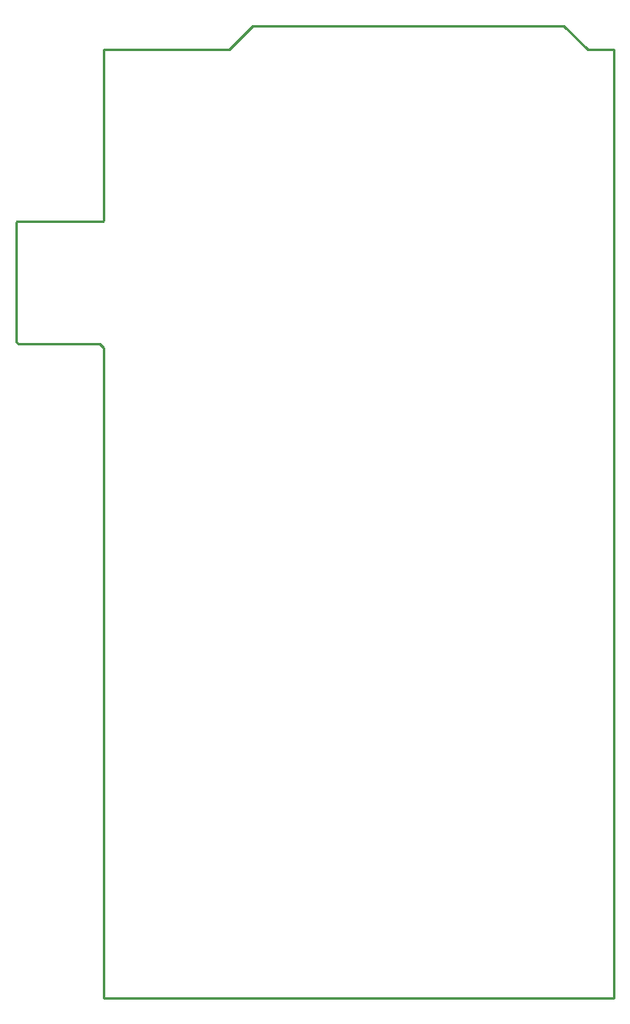
<source format=gm1>
G04 Layer_Color=16711935*
%FSLAX24Y24*%
%MOIN*%
G70*
G01*
G75*
%ADD16C,0.0100*%
G54D16*
X-160Y41860D02*
X12650D01*
X13640Y40870D01*
X14720D01*
Y1880D02*
Y40870D01*
X14710Y1870D02*
X14720Y1880D01*
X-6290Y1870D02*
X14710D01*
X-6290D02*
Y28620D01*
X-6440Y28770D02*
X-6290Y28620D01*
X-9790Y28770D02*
X-6440D01*
X-9880Y28860D02*
X-9790Y28770D01*
X-9880Y28860D02*
Y33790D01*
X-9850Y33820D01*
X-6320D01*
X-6290Y33850D01*
Y40890D01*
X-1130D01*
X-160Y41860D01*
M02*

</source>
